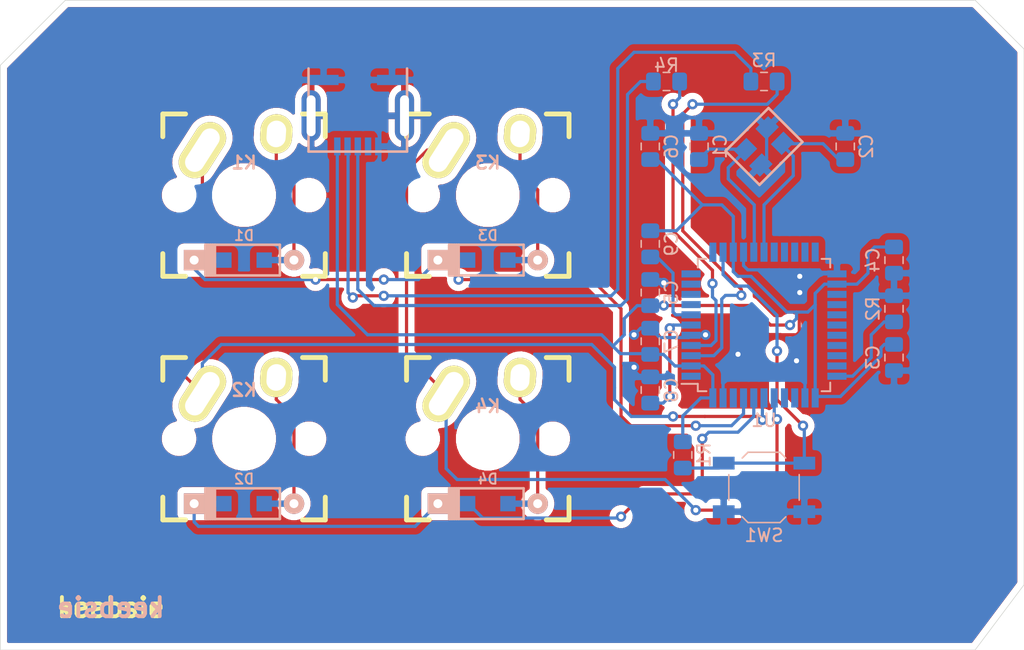
<source format=kicad_pcb>
(kicad_pcb (version 20171130) (host pcbnew "(5.1.6)-1")
  (layers (0 F.Cu signal) (31 B.Cu signal) (34 B.Paste user) (35 F.Paste user) (36 B.SilkS user) (37 F.SilkS user) (38 B.Mask user) (39 F.Mask user) (44 Edge.Cuts user))
  (net 0 "")
  (net 1 "Net-(C1-Pad1)")
  (net 2 "Net-(C2-Pad1)")
  (net 3 VCC)
  (net 4 "Net-(C8-Pad1)")
  (net 5 "Net-(C9-Pad1)")
  (net 6 "Net-(D1-Pad2)")
  (net 7 /row0)
  (net 8 "Net-(D2-Pad2)")
  (net 9 /row1)
  (net 10 "Net-(D3-Pad2)")
  (net 11 "Net-(D4-Pad2)")
  (net 12 "Net-(J1-Pad2)")
  (net 13 "Net-(J1-Pad3)")
  (net 14 "Net-(J1-Pad4)")
  (net 15 /col0)
  (net 16 /col1)
  (net 17 "Net-(R1-Pad1)")
  (net 18 "Net-(R2-Pad2)")
  (net 19 "Net-(R3-Pad1)")
  (net 20 "Net-(R4-Pad1)")
  (net 21 "Net-(U1-Pad1)")
  (net 22 "Net-(U1-Pad8)")
  (net 23 "Net-(U1-Pad9)")
  (net 24 "Net-(U1-Pad10)")
  (net 25 "Net-(U1-Pad11)")
  (net 26 "Net-(U1-Pad12)")
  (net 27 "Net-(U1-Pad18)")
  (net 28 "Net-(U1-Pad19)")
  (net 29 "Net-(U1-Pad20)")
  (net 30 "Net-(U1-Pad21)")
  (net 31 "Net-(U1-Pad22)")
  (net 32 "Net-(U1-Pad25)")
  (net 33 "Net-(U1-Pad26)")
  (net 34 "Net-(U1-Pad27)")
  (net 35 "Net-(U1-Pad28)")
  (net 36 "Net-(U1-Pad29)")
  (net 37 "Net-(U1-Pad30)")
  (net 38 "Net-(U1-Pad31)")
  (net 39 "Net-(U1-Pad32)")
  (net 40 "Net-(U1-Pad36)")
  (net 41 "Net-(U1-Pad37)")
  (net 42 "Net-(U1-Pad42)")
  (net 43 GND)
  (module keebs:Mx_Alps_100 (layer F.Cu) (at 105.41 104.14)
    (fp_text reference K3 (at 0 -2.54) (layer B.SilkS) (effects (font (thickness 0.2)) (justify mirror)))
    (fp_text value KEYSW hide)
    (pad 2 thru_hole oval (at 2.52 -4.79 356.1) (size 2.5 3.08) (drill oval 1.5 2.08) (layers *.Cu *.Mask F.SilkS) (net 10 "Net-(D3-Pad2)"))
    (pad 1 thru_hole oval (at -3.255 -3.52 327.5) (size 2.5 4.75) (drill oval 1.5 3.75) (layers *.Cu *.Mask F.SilkS) (net 16 /col1))
    (pad "" np_thru_hole circle (at 5.08 0) (size 1.7018 1.7018) (drill 1.7018) (layers *.Cu *.Mask))
    (pad "" np_thru_hole circle (at -5.08 0) (size 1.7018 1.7018) (drill 1.7018) (layers *.Cu *.Mask))
    (pad "" np_thru_hole circle (at 0 0) (size 3.9878 3.9878) (drill 3.9878) (layers *.Cu *.Mask))
  )
  (module Package_QFP:TQFP-44_10x10mm_P0.8mm (layer B.Cu) (at 127 114.3)
    (fp_text reference U1 (at 0 7.45) (layer B.SilkS) (effects (justify mirror)))
    (fp_text value ATMEGA32U4)
    (pad 1 smd rect (at -5.7 4) (size 1.5 0.55) (layers B.Cu B.Paste B.Mask) (net 21 "Net-(U1-Pad1)"))
    (pad 2 smd rect (at -5.7 3.2) (size 1.5 0.55) (layers B.Cu B.Paste B.Mask) (net 3 VCC))
    (pad 3 smd rect (at -5.7 2.4) (size 1.5 0.55) (layers B.Cu B.Paste B.Mask) (net 19 "Net-(R3-Pad1)"))
    (pad 4 smd rect (at -5.7 1.6) (size 1.5 0.55) (layers B.Cu B.Paste B.Mask) (net 20 "Net-(R4-Pad1)"))
    (pad 5 smd rect (at -5.7 0.8) (size 1.5 0.55) (layers B.Cu B.Paste B.Mask) (net 43 GND))
    (pad 6 smd rect (at -5.7 0) (size 1.5 0.55) (layers B.Cu B.Paste B.Mask) (net 4 "Net-(C8-Pad1)"))
    (pad 7 smd rect (at -5.7 -0.8) (size 1.5 0.55) (layers B.Cu B.Paste B.Mask) (net 5 "Net-(C9-Pad1)"))
    (pad 8 smd rect (at -5.7 -1.6) (size 1.5 0.55) (layers B.Cu B.Paste B.Mask) (net 22 "Net-(U1-Pad8)"))
    (pad 9 smd rect (at -5.7 -2.4) (size 1.5 0.55) (layers B.Cu B.Paste B.Mask) (net 23 "Net-(U1-Pad9)"))
    (pad 10 smd rect (at -5.7 -3.2) (size 1.5 0.55) (layers B.Cu B.Paste B.Mask) (net 24 "Net-(U1-Pad10)"))
    (pad 11 smd rect (at -5.7 -4) (size 1.5 0.55) (layers B.Cu B.Paste B.Mask) (net 25 "Net-(U1-Pad11)"))
    (pad 12 smd rect (at -4 -5.7 270) (size 1.5 0.55) (layers B.Cu B.Paste B.Mask) (net 26 "Net-(U1-Pad12)"))
    (pad 13 smd rect (at -3.2 -5.7 270) (size 1.5 0.55) (layers B.Cu B.Paste B.Mask) (net 17 "Net-(R1-Pad1)"))
    (pad 14 smd rect (at -2.4 -5.7 270) (size 1.5 0.55) (layers B.Cu B.Paste B.Mask) (net 3 VCC))
    (pad 15 smd rect (at -1.6 -5.7 270) (size 1.5 0.55) (layers B.Cu B.Paste B.Mask) (net 43 GND))
    (pad 16 smd rect (at -0.8 -5.7 270) (size 1.5 0.55) (layers B.Cu B.Paste B.Mask) (net 1 "Net-(C1-Pad1)"))
    (pad 17 smd rect (at 0 -5.7 270) (size 1.5 0.55) (layers B.Cu B.Paste B.Mask) (net 2 "Net-(C2-Pad1)"))
    (pad 18 smd rect (at 0.8 -5.7 270) (size 1.5 0.55) (layers B.Cu B.Paste B.Mask) (net 27 "Net-(U1-Pad18)"))
    (pad 19 smd rect (at 1.6 -5.7 270) (size 1.5 0.55) (layers B.Cu B.Paste B.Mask) (net 28 "Net-(U1-Pad19)"))
    (pad 20 smd rect (at 2.4 -5.7 270) (size 1.5 0.55) (layers B.Cu B.Paste B.Mask) (net 29 "Net-(U1-Pad20)"))
    (pad 21 smd rect (at 3.2 -5.7 270) (size 1.5 0.55) (layers B.Cu B.Paste B.Mask) (net 30 "Net-(U1-Pad21)"))
    (pad 22 smd rect (at 4 -5.7 270) (size 1.5 0.55) (layers B.Cu B.Paste B.Mask) (net 31 "Net-(U1-Pad22)"))
    (pad 23 smd rect (at 5.7 -4) (size 1.5 0.55) (layers B.Cu B.Paste B.Mask) (net 43 GND))
    (pad 24 smd rect (at 5.7 -3.2) (size 1.5 0.55) (layers B.Cu B.Paste B.Mask) (net 3 VCC))
    (pad 25 smd rect (at 5.7 -2.4) (size 1.5 0.55) (layers B.Cu B.Paste B.Mask) (net 32 "Net-(U1-Pad25)"))
    (pad 26 smd rect (at 5.7 -1.6) (size 1.5 0.55) (layers B.Cu B.Paste B.Mask) (net 33 "Net-(U1-Pad26)"))
    (pad 27 smd rect (at 5.7 -0.8) (size 1.5 0.55) (layers B.Cu B.Paste B.Mask) (net 34 "Net-(U1-Pad27)"))
    (pad 28 smd rect (at 5.7 0) (size 1.5 0.55) (layers B.Cu B.Paste B.Mask) (net 35 "Net-(U1-Pad28)"))
    (pad 29 smd rect (at 5.7 0.8) (size 1.5 0.55) (layers B.Cu B.Paste B.Mask) (net 36 "Net-(U1-Pad29)"))
    (pad 30 smd rect (at 5.7 1.6) (size 1.5 0.55) (layers B.Cu B.Paste B.Mask) (net 37 "Net-(U1-Pad30)"))
    (pad 31 smd rect (at 5.7 2.4) (size 1.5 0.55) (layers B.Cu B.Paste B.Mask) (net 38 "Net-(U1-Pad31)"))
    (pad 32 smd rect (at 5.7 3.2) (size 1.5 0.55) (layers B.Cu B.Paste B.Mask) (net 39 "Net-(U1-Pad32)"))
    (pad 33 smd rect (at 5.7 4) (size 1.5 0.55) (layers B.Cu B.Paste B.Mask) (net 18 "Net-(R2-Pad2)"))
    (pad 34 smd rect (at 4 5.7 270) (size 1.5 0.55) (layers B.Cu B.Paste B.Mask) (net 3 VCC))
    (pad 35 smd rect (at 3.2 5.7 270) (size 1.5 0.55) (layers B.Cu B.Paste B.Mask) (net 43 GND))
    (pad 36 smd rect (at 2.4 5.7 270) (size 1.5 0.55) (layers B.Cu B.Paste B.Mask) (net 40 "Net-(U1-Pad36)"))
    (pad 37 smd rect (at 1.6 5.7 270) (size 1.5 0.55) (layers B.Cu B.Paste B.Mask) (net 41 "Net-(U1-Pad37)"))
    (pad 38 smd rect (at 0.8 5.7 270) (size 1.5 0.55) (layers B.Cu B.Paste B.Mask) (net 16 /col1))
    (pad 39 smd rect (at 0 5.7 270) (size 1.5 0.55) (layers B.Cu B.Paste B.Mask) (net 15 /col0))
    (pad 40 smd rect (at -0.8 5.7 270) (size 1.5 0.55) (layers B.Cu B.Paste B.Mask) (net 9 /row1))
    (pad 41 smd rect (at -1.6 5.7 270) (size 1.5 0.55) (layers B.Cu B.Paste B.Mask) (net 7 /row0))
    (pad 42 smd rect (at -2.4 5.7 270) (size 1.5 0.55) (layers B.Cu B.Paste B.Mask) (net 42 "Net-(U1-Pad42)"))
    (pad 43 smd rect (at -3.2 5.7 270) (size 1.5 0.55) (layers B.Cu B.Paste B.Mask) (net 43 GND))
    (pad 44 smd rect (at -4 5.7 270) (size 1.5 0.55) (layers B.Cu B.Paste B.Mask) (net 3 VCC))
  )
  (module Capacitor_SMD:C_0805_2012Metric_Pad1.15x1.40mm_HandSolder (layer B.Cu) (at 121.92 100.33 90)
    (fp_text reference C1 (at 0 1.65 90) (layer B.SilkS) (effects (justify mirror)))
    (fp_text value 22p)
    (pad 1 smd roundrect (at -1.025 0 90) (size 1.15 1.4) (layers B.Cu B.Paste B.Mask) (roundrect_rratio 0.217391) (net 1 "Net-(C1-Pad1)"))
    (pad 2 smd roundrect (at 1.025 0 90) (size 1.15 1.4) (layers B.Cu B.Paste B.Mask) (roundrect_rratio 0.217391) (net 43 GND))
  )
  (module Capacitor_SMD:C_0805_2012Metric_Pad1.15x1.40mm_HandSolder (layer B.Cu) (at 133.35 100.33 90)
    (fp_text reference C2 (at 0 1.65 90) (layer B.SilkS) (effects (justify mirror)))
    (fp_text value 22p)
    (pad 2 smd roundrect (at 1.025 0 90) (size 1.15 1.4) (layers B.Cu B.Paste B.Mask) (roundrect_rratio 0.217391) (net 43 GND))
    (pad 1 smd roundrect (at -1.025 0 90) (size 1.15 1.4) (layers B.Cu B.Paste B.Mask) (roundrect_rratio 0.217391) (net 2 "Net-(C2-Pad1)"))
  )
  (module Capacitor_SMD:C_0805_2012Metric_Pad1.15x1.40mm_HandSolder (layer B.Cu) (at 137.16 116.84 270)
    (fp_text reference C3 (at 0 1.65 270) (layer B.SilkS) (effects (justify mirror)))
    (fp_text value 0.1u)
    (pad 2 smd roundrect (at 1.025 0 270) (size 1.15 1.4) (layers B.Cu B.Paste B.Mask) (roundrect_rratio 0.217391) (net 43 GND))
    (pad 1 smd roundrect (at -1.025 0 270) (size 1.15 1.4) (layers B.Cu B.Paste B.Mask) (roundrect_rratio 0.217391) (net 3 VCC))
  )
  (module Capacitor_SMD:C_0805_2012Metric_Pad1.15x1.40mm_HandSolder (layer B.Cu) (at 137.16 109.22 270)
    (fp_text reference C4 (at 0 1.65 270) (layer B.SilkS) (effects (justify mirror)))
    (fp_text value 0.1u)
    (pad 1 smd roundrect (at -1.025 0 270) (size 1.15 1.4) (layers B.Cu B.Paste B.Mask) (roundrect_rratio 0.217391) (net 3 VCC))
    (pad 2 smd roundrect (at 1.025 0 270) (size 1.15 1.4) (layers B.Cu B.Paste B.Mask) (roundrect_rratio 0.217391) (net 43 GND))
  )
  (module Capacitor_SMD:C_0805_2012Metric_Pad1.15x1.40mm_HandSolder (layer B.Cu) (at 118.11 111.76 90)
    (fp_text reference C5 (at 0 1.65 90) (layer B.SilkS) (effects (justify mirror)))
    (fp_text value 0.1u)
    (pad 2 smd roundrect (at 1.025 0 90) (size 1.15 1.4) (layers B.Cu B.Paste B.Mask) (roundrect_rratio 0.217391) (net 43 GND))
    (pad 1 smd roundrect (at -1.025 0 90) (size 1.15 1.4) (layers B.Cu B.Paste B.Mask) (roundrect_rratio 0.217391) (net 3 VCC))
  )
  (module Capacitor_SMD:C_0805_2012Metric_Pad1.15x1.40mm_HandSolder (layer B.Cu) (at 118.11 100.33 90)
    (fp_text reference C6 (at 0 1.65 90) (layer B.SilkS) (effects (justify mirror)))
    (fp_text value 0.1u)
    (pad 1 smd roundrect (at -1.025 0 90) (size 1.15 1.4) (layers B.Cu B.Paste B.Mask) (roundrect_rratio 0.217391) (net 3 VCC))
    (pad 2 smd roundrect (at 1.025 0 90) (size 1.15 1.4) (layers B.Cu B.Paste B.Mask) (roundrect_rratio 0.217391) (net 43 GND))
  )
  (module Capacitor_SMD:C_0805_2012Metric_Pad1.15x1.40mm_HandSolder (layer B.Cu) (at 118.11 115.57 90)
    (fp_text reference C7 (at 0 1.65 90) (layer B.SilkS) (effects (justify mirror)))
    (fp_text value 4.7u)
    (pad 2 smd roundrect (at 1.025 0 90) (size 1.15 1.4) (layers B.Cu B.Paste B.Mask) (roundrect_rratio 0.217391) (net 43 GND))
    (pad 1 smd roundrect (at -1.025 0 90) (size 1.15 1.4) (layers B.Cu B.Paste B.Mask) (roundrect_rratio 0.217391) (net 3 VCC))
  )
  (module Capacitor_SMD:C_0805_2012Metric_Pad1.15x1.40mm_HandSolder (layer B.Cu) (at 118.11 119.38 90)
    (fp_text reference C8 (at 0 1.65 90) (layer B.SilkS) (effects (justify mirror)))
    (fp_text value 1u)
    (pad 1 smd roundrect (at -1.025 0 90) (size 1.15 1.4) (layers B.Cu B.Paste B.Mask) (roundrect_rratio 0.217391) (net 4 "Net-(C8-Pad1)"))
    (pad 2 smd roundrect (at 1.025 0 90) (size 1.15 1.4) (layers B.Cu B.Paste B.Mask) (roundrect_rratio 0.217391) (net 43 GND))
  )
  (module Capacitor_SMD:C_0805_2012Metric_Pad1.15x1.40mm_HandSolder (layer B.Cu) (at 118.11 107.95 90)
    (fp_text reference C9 (at 0 1.65 90) (layer B.SilkS) (effects (justify mirror)))
    (fp_text value 10u)
    (pad 1 smd roundrect (at -1.025 0 90) (size 1.15 1.4) (layers B.Cu B.Paste B.Mask) (roundrect_rratio 0.217391) (net 5 "Net-(C9-Pad1)"))
    (pad 2 smd roundrect (at 1.025 0 90) (size 1.15 1.4) (layers B.Cu B.Paste B.Mask) (roundrect_rratio 0.217391) (net 3 VCC))
  )
  (module keyboard_parts:D_SOD123_axial (layer B.Cu) (at 86.36 109.22)
    (fp_text reference D1 (at 0 -1.925) (layer B.SilkS) (effects (font (size 0.8 0.8)) (justify mirror)))
    (fp_text value D hide)
    (pad 2 smd rect (at 2.7 0) (size 2.5 0.5) (layers B.Cu) (net 6 "Net-(D1-Pad2)"))
    (pad 1 smd rect (at -2.7 0) (size 2.5 0.5) (layers B.Cu) (net 7 /row0))
    (pad 2 thru_hole circle (at 3.9 0) (size 1.6 1.6) (drill 0.7) (layers *.Cu *.Mask B.SilkS) (net 6 "Net-(D1-Pad2)"))
    (pad 1 thru_hole rect (at -3.9 0) (size 1.6 1.6) (drill 0.7) (layers *.Cu *.Mask B.SilkS) (net 7 /row0))
    (pad 1 smd rect (at -1.575 0) (size 1.2 1.2) (layers B.Cu B.Paste B.Mask) (net 7 /row0))
    (pad 2 smd rect (at 1.575 0) (size 1.2 1.2) (layers B.Cu B.Paste B.Mask) (net 6 "Net-(D1-Pad2)"))
  )
  (module keyboard_parts:D_SOD123_axial (layer B.Cu) (at 86.36 128.27)
    (fp_text reference D2 (at 0 -1.925) (layer B.SilkS) (effects (font (size 0.8 0.8)) (justify mirror)))
    (fp_text value D hide)
    (pad 2 smd rect (at 1.575 0) (size 1.2 1.2) (layers B.Cu B.Paste B.Mask) (net 8 "Net-(D2-Pad2)"))
    (pad 1 smd rect (at -1.575 0) (size 1.2 1.2) (layers B.Cu B.Paste B.Mask) (net 9 /row1))
    (pad 1 thru_hole rect (at -3.9 0) (size 1.6 1.6) (drill 0.7) (layers *.Cu *.Mask B.SilkS) (net 9 /row1))
    (pad 2 thru_hole circle (at 3.9 0) (size 1.6 1.6) (drill 0.7) (layers *.Cu *.Mask B.SilkS) (net 8 "Net-(D2-Pad2)"))
    (pad 1 smd rect (at -2.7 0) (size 2.5 0.5) (layers B.Cu) (net 9 /row1))
    (pad 2 smd rect (at 2.7 0) (size 2.5 0.5) (layers B.Cu) (net 8 "Net-(D2-Pad2)"))
  )
  (module keyboard_parts:D_SOD123_axial (layer B.Cu) (at 105.41 109.22)
    (fp_text reference D3 (at 0 -1.925) (layer B.SilkS) (effects (font (size 0.8 0.8)) (justify mirror)))
    (fp_text value D hide)
    (pad 2 smd rect (at 1.575 0) (size 1.2 1.2) (layers B.Cu B.Paste B.Mask) (net 10 "Net-(D3-Pad2)"))
    (pad 1 smd rect (at -1.575 0) (size 1.2 1.2) (layers B.Cu B.Paste B.Mask) (net 7 /row0))
    (pad 1 thru_hole rect (at -3.9 0) (size 1.6 1.6) (drill 0.7) (layers *.Cu *.Mask B.SilkS) (net 7 /row0))
    (pad 2 thru_hole circle (at 3.9 0) (size 1.6 1.6) (drill 0.7) (layers *.Cu *.Mask B.SilkS) (net 10 "Net-(D3-Pad2)"))
    (pad 1 smd rect (at -2.7 0) (size 2.5 0.5) (layers B.Cu) (net 7 /row0))
    (pad 2 smd rect (at 2.7 0) (size 2.5 0.5) (layers B.Cu) (net 10 "Net-(D3-Pad2)"))
  )
  (module keyboard_parts:D_SOD123_axial (layer B.Cu) (at 105.41 128.27)
    (fp_text reference D4 (at 0 -1.925) (layer B.SilkS) (effects (font (size 0.8 0.8)) (justify mirror)))
    (fp_text value D hide)
    (pad 2 smd rect (at 2.7 0) (size 2.5 0.5) (layers B.Cu) (net 11 "Net-(D4-Pad2)"))
    (pad 1 smd rect (at -2.7 0) (size 2.5 0.5) (layers B.Cu) (net 9 /row1))
    (pad 2 thru_hole circle (at 3.9 0) (size 1.6 1.6) (drill 0.7) (layers *.Cu *.Mask B.SilkS) (net 11 "Net-(D4-Pad2)"))
    (pad 1 thru_hole rect (at -3.9 0) (size 1.6 1.6) (drill 0.7) (layers *.Cu *.Mask B.SilkS) (net 9 /row1))
    (pad 1 smd rect (at -1.575 0) (size 1.2 1.2) (layers B.Cu B.Paste B.Mask) (net 9 /row1))
    (pad 2 smd rect (at 1.575 0) (size 1.2 1.2) (layers B.Cu B.Paste B.Mask) (net 11 "Net-(D4-Pad2)"))
  )
  (module keyboard_parts:USB_miniB_hirose_5S8 (layer B.Cu) (at 95.25 100.33)
    (fp_text reference J1 hide)
    (fp_text value USB_mini_micro_B hide)
    (pad 6 smd rect (at 2.675 -5.2) (size 2.35 0.8) (layers B.Cu B.Paste B.Mask) (net 43 GND))
    (pad 6 smd rect (at -2.675 -5.2) (size 2.35 0.8) (layers B.Cu B.Paste B.Mask) (net 43 GND))
    (pad 1 smd rect (at -1.6 0) (size 0.5 1.4) (layers B.Cu B.Paste B.Mask) (net 3 VCC))
    (pad 2 smd rect (at -0.8 0) (size 0.5 1.4) (layers B.Cu B.Paste B.Mask) (net 12 "Net-(J1-Pad2)"))
    (pad 3 smd rect (at 0 0) (size 0.5 1.4) (layers B.Cu B.Paste B.Mask) (net 13 "Net-(J1-Pad3)"))
    (pad 4 smd rect (at 0.8 0) (size 0.5 1.4) (layers B.Cu B.Paste B.Mask) (net 14 "Net-(J1-Pad4)"))
    (pad 5 smd rect (at 1.6 0) (size 0.5 1.4) (layers B.Cu B.Paste B.Mask) (net 43 GND))
    (pad 6 thru_hole oval (at -3.65 -2.4) (size 1.5 4) (drill oval 0.7 3.2) (layers *.Cu *.Mask B.Paste) (net 43 GND))
    (pad 6 thru_hole oval (at 3.65 -2.4) (size 1.5 4) (drill oval 0.7 3.2) (layers *.Cu *.Mask B.Paste) (net 43 GND))
  )
  (module keebs:Mx_Alps_100 (layer F.Cu) (at 86.36 104.14)
    (fp_text reference K1 (at 0 -2.54) (layer B.SilkS) (effects (font (thickness 0.2)) (justify mirror)))
    (fp_text value KEYSW hide)
    (pad "" np_thru_hole circle (at 0 0) (size 3.9878 3.9878) (drill 3.9878) (layers *.Cu *.Mask))
    (pad "" np_thru_hole circle (at -5.08 0) (size 1.7018 1.7018) (drill 1.7018) (layers *.Cu *.Mask))
    (pad "" np_thru_hole circle (at 5.08 0) (size 1.7018 1.7018) (drill 1.7018) (layers *.Cu *.Mask))
    (pad 1 thru_hole oval (at -3.255 -3.52 327.5) (size 2.5 4.75) (drill oval 1.5 3.75) (layers *.Cu *.Mask F.SilkS) (net 15 /col0))
    (pad 2 thru_hole oval (at 2.52 -4.79 356.1) (size 2.5 3.08) (drill oval 1.5 2.08) (layers *.Cu *.Mask F.SilkS) (net 6 "Net-(D1-Pad2)"))
  )
  (module keebs:Mx_Alps_100 (layer F.Cu) (at 86.36 123.19)
    (fp_text reference K2 (at 0 -3.81) (layer B.SilkS) (effects (font (thickness 0.2)) (justify mirror)))
    (fp_text value KEYSW hide)
    (pad "" np_thru_hole circle (at 0 0) (size 3.9878 3.9878) (drill 3.9878) (layers *.Cu *.Mask))
    (pad "" np_thru_hole circle (at -5.08 0) (size 1.7018 1.7018) (drill 1.7018) (layers *.Cu *.Mask))
    (pad "" np_thru_hole circle (at 5.08 0) (size 1.7018 1.7018) (drill 1.7018) (layers *.Cu *.Mask))
    (pad 1 thru_hole oval (at -3.255 -3.52 327.5) (size 2.5 4.75) (drill oval 1.5 3.75) (layers *.Cu *.Mask F.SilkS) (net 15 /col0))
    (pad 2 thru_hole oval (at 2.52 -4.79 356.1) (size 2.5 3.08) (drill oval 1.5 2.08) (layers *.Cu *.Mask F.SilkS) (net 8 "Net-(D2-Pad2)"))
  )
  (module keebs:Mx_Alps_100 (layer F.Cu) (at 105.41 123.19)
    (fp_text reference K4 (at 0 -2.54) (layer B.SilkS) (effects (font (thickness 0.2)) (justify mirror)))
    (fp_text value KEYSW hide)
    (pad 2 thru_hole oval (at 2.52 -4.79 356.1) (size 2.5 3.08) (drill oval 1.5 2.08) (layers *.Cu *.Mask F.SilkS) (net 11 "Net-(D4-Pad2)"))
    (pad 1 thru_hole oval (at -3.255 -3.52 327.5) (size 2.5 4.75) (drill oval 1.5 3.75) (layers *.Cu *.Mask F.SilkS) (net 16 /col1))
    (pad "" np_thru_hole circle (at 5.08 0) (size 1.7018 1.7018) (drill 1.7018) (layers *.Cu *.Mask))
    (pad "" np_thru_hole circle (at -5.08 0) (size 1.7018 1.7018) (drill 1.7018) (layers *.Cu *.Mask))
    (pad "" np_thru_hole circle (at 0 0) (size 3.9878 3.9878) (drill 3.9878) (layers *.Cu *.Mask))
  )
  (module Resistor_SMD:R_0805_2012Metric_Pad1.15x1.40mm_HandSolder (layer B.Cu) (at 120.65 124.46 90)
    (fp_text reference R1 (at 0 1.65 90) (layer B.SilkS) (effects (justify mirror)))
    (fp_text value 10k)
    (pad 1 smd roundrect (at -1.025 0 90) (size 1.15 1.4) (layers B.Cu B.Paste B.Mask) (roundrect_rratio 0.217391) (net 17 "Net-(R1-Pad1)"))
    (pad 2 smd roundrect (at 1.025 0 90) (size 1.15 1.4) (layers B.Cu B.Paste B.Mask) (roundrect_rratio 0.217391) (net 3 VCC))
  )
  (module Resistor_SMD:R_0805_2012Metric_Pad1.15x1.40mm_HandSolder (layer B.Cu) (at 137.16 113.03 270)
    (fp_text reference R2 (at 0 1.65 270) (layer B.SilkS) (effects (justify mirror)))
    (fp_text value 10k)
    (pad 2 smd roundrect (at 1.025 0 270) (size 1.15 1.4) (layers B.Cu B.Paste B.Mask) (roundrect_rratio 0.217391) (net 18 "Net-(R2-Pad2)"))
    (pad 1 smd roundrect (at -1.025 0 270) (size 1.15 1.4) (layers B.Cu B.Paste B.Mask) (roundrect_rratio 0.217391) (net 43 GND))
  )
  (module Resistor_SMD:R_0805_2012Metric_Pad1.15x1.40mm_HandSolder (layer B.Cu) (at 127 95.25 180)
    (fp_text reference R3 (at 0 1.65 180) (layer B.SilkS) (effects (justify mirror)))
    (fp_text value 22)
    (pad 1 smd roundrect (at -1.025 0 180) (size 1.15 1.4) (layers B.Cu B.Paste B.Mask) (roundrect_rratio 0.217391) (net 19 "Net-(R3-Pad1)"))
    (pad 2 smd roundrect (at 1.025 0 180) (size 1.15 1.4) (layers B.Cu B.Paste B.Mask) (roundrect_rratio 0.217391) (net 12 "Net-(J1-Pad2)"))
  )
  (module Resistor_SMD:R_0805_2012Metric_Pad1.15x1.40mm_HandSolder (layer B.Cu) (at 119.38 95.25 180)
    (fp_text reference R4 (at 0 1.27 180) (layer B.SilkS) (effects (justify mirror)))
    (fp_text value 22)
    (pad 2 smd roundrect (at 1.025 0 180) (size 1.15 1.4) (layers B.Cu B.Paste B.Mask) (roundrect_rratio 0.217391) (net 13 "Net-(J1-Pad3)"))
    (pad 1 smd roundrect (at -1.025 0 180) (size 1.15 1.4) (layers B.Cu B.Paste B.Mask) (roundrect_rratio 0.217391) (net 20 "Net-(R4-Pad1)"))
  )
  (module Button_Switch_SMD:SW_SPST_TL3342 (layer B.Cu) (at 127 127)
    (fp_text reference SW1 (at 0 3.75) (layer B.SilkS) (effects (justify mirror)))
    (fp_text value SW_Push)
    (pad 1 smd rect (at -3.15 1.9) (size 1.7 1) (layers B.Cu B.Paste B.Mask) (net 43 GND))
    (pad 1 smd rect (at 3.15 1.9) (size 1.7 1) (layers B.Cu B.Paste B.Mask) (net 43 GND))
    (pad 2 smd rect (at -3.15 -1.9) (size 1.7 1) (layers B.Cu B.Paste B.Mask) (net 17 "Net-(R1-Pad1)"))
    (pad 2 smd rect (at 3.15 -1.9) (size 1.7 1) (layers B.Cu B.Paste B.Mask) (net 17 "Net-(R1-Pad1)"))
  )
  (module keyboard_parts:FA-238 (layer B.Cu) (at 127 100.33 45)
    (fp_text reference X1 hide)
    (fp_text value XTAL_GND hide)
    (pad 3 smd rect (at -1.1 0.8 45) (size 1.4 1.2) (drill (offset -0.1 0.05)) (layers B.Cu B.Paste B.Mask) (net 43 GND) (clearance 0.2))
    (pad 2 smd rect (at 1.1 0.8 45) (size 1.4 1.2) (drill (offset 0.1 0.05)) (layers B.Cu B.Paste B.Mask) (net 2 "Net-(C2-Pad1)") (clearance 0.2))
    (pad 1 smd rect (at -1.1 -0.8 45) (size 1.4 1.2) (drill (offset -0.1 -0.05)) (layers B.Cu B.Paste B.Mask) (net 1 "Net-(C1-Pad1)") (clearance 0.2))
    (pad 3 smd rect (at 1.1 -0.8 45) (size 1.4 1.2) (drill (offset 0.1 -0.05)) (layers B.Cu B.Paste B.Mask) (net 43 GND) (clearance 0.2))
  )
  (gr_text keebsie (at 75.946 136.398) (layer F.SilkS) (effects (font (size 1.5 1.5) (thickness 0.3))))
  (gr_text keebsie (at 75.946 136.398) (layer B.SilkS) (effects (font (size 1.5 1.5) (thickness 0.3)) (justify mirror)))
  (gr_line (start 67.31 93.98) (end 72.39 88.9) (angle 90) (layer Edge.Cuts) (width 0.05))
  (gr_line (start 67.31 139.7) (end 67.31 93.98) (angle 90) (layer Edge.Cuts) (width 0.05))
  (gr_line (start 143.51 139.7) (end 67.31 139.7) (angle 90) (layer Edge.Cuts) (width 0.05))
  (gr_line (start 147.32 134.62) (end 143.51 139.7) (angle 90) (layer Edge.Cuts) (width 0.05))
  (gr_line (start 147.32 92.71) (end 147.32 134.62) (angle 90) (layer Edge.Cuts) (width 0.05))
  (gr_line (start 143.51 88.9) (end 147.32 92.71) (angle 90) (layer Edge.Cuts) (width 0.05))
  (gr_line (start 72.39 88.9) (end 143.51 88.9) (angle 90) (layer Edge.Cuts) (width 0.05))
  (segment (start 121.92 101.355) (end 121.92 101.346) (width 0.25) (layer B.Cu) (net 1))
  (segment (start 122.723868 100.542132) (end 125.656497 100.542132) (width 0.25) (layer B.Cu) (net 1))
  (segment (start 121.92 101.346) (end 122.723868 100.542132) (width 0.25) (layer B.Cu) (net 1))
  (segment (start 125.656497 100.542132) (end 124.206 101.992629) (width 0.25) (layer B.Cu) (net 1))
  (segment (start 126.238 108.562) (end 126.2 108.6) (width 0.25) (layer B.Cu) (net 1))
  (segment (start 126.238 104.902) (end 126.238 108.562) (width 0.25) (layer B.Cu) (net 1))
  (segment (start 124.206 102.87) (end 126.238 104.902) (width 0.25) (layer B.Cu) (net 1))
  (segment (start 124.206 101.992629) (end 124.206 102.87) (width 0.25) (layer B.Cu) (net 1))
  (segment (start 133.35 101.355) (end 132.851 101.355) (width 0.25) (layer B.Cu) (net 2))
  (segment (start 131.613868 100.117868) (end 128.343503 100.117868) (width 0.25) (layer B.Cu) (net 2))
  (segment (start 132.851 101.355) (end 131.613868 100.117868) (width 0.25) (layer B.Cu) (net 2))
  (segment (start 128.343503 100.117868) (end 128.343503 100.149503) (width 0.25) (layer B.Cu) (net 2))
  (segment (start 127 104.902) (end 127 108.6) (width 0.25) (layer B.Cu) (net 2))
  (segment (start 129.286 102.616) (end 127 104.902) (width 0.25) (layer B.Cu) (net 2))
  (segment (start 129.286 101.092) (end 129.286 102.616) (width 0.25) (layer B.Cu) (net 2))
  (segment (start 128.343503 100.149503) (end 129.286 101.092) (width 0.25) (layer B.Cu) (net 2))
  (segment (start 118.11 101.355) (end 118.627 101.355) (width 0.25) (layer B.Cu) (net 3))
  (segment (start 124.6 105.804) (end 124.6 108.6) (width 0.25) (layer B.Cu) (net 3))
  (segment (start 123.698 104.902) (end 124.6 105.804) (width 0.25) (layer B.Cu) (net 3))
  (segment (start 122.174 104.902) (end 123.698 104.902) (width 0.25) (layer B.Cu) (net 3))
  (segment (start 118.627 101.355) (end 122.174 104.902) (width 0.25) (layer B.Cu) (net 3))
  (segment (start 118.11 106.925) (end 120.151 106.925) (width 0.25) (layer B.Cu) (net 3))
  (segment (start 120.151 106.925) (end 122.174 104.902) (width 0.25) (layer B.Cu) (net 3))
  (segment (start 118.11 116.595) (end 119.135 116.595) (width 0.25) (layer B.Cu) (net 3))
  (segment (start 120.04 117.5) (end 121.3 117.5) (width 0.25) (layer B.Cu) (net 3))
  (segment (start 119.135 116.595) (end 120.04 117.5) (width 0.25) (layer B.Cu) (net 3))
  (segment (start 118.053556 116.538556) (end 118.11 116.595) (width 0.25) (layer B.Cu) (net 3))
  (segment (start 115.776556 116.538556) (end 118.053556 116.538556) (width 0.25) (layer B.Cu) (net 3))
  (segment (start 93.65 100.33) (end 93.65 112.7) (width 0.25) (layer B.Cu) (net 3))
  (segment (start 93.65 112.7) (end 96.012 115.062) (width 0.25) (layer B.Cu) (net 3))
  (segment (start 96.012 115.062) (end 114.3 115.062) (width 0.25) (layer B.Cu) (net 3))
  (segment (start 120.65 123.435) (end 120.65 121.412) (width 0.25) (layer B.Cu) (net 3))
  (segment (start 122.062 120) (end 123 120) (width 0.25) (layer B.Cu) (net 3))
  (segment (start 120.65 121.412) (end 122.062 120) (width 0.25) (layer B.Cu) (net 3))
  (segment (start 137.16 115.815) (end 136.407 115.815) (width 0.25) (layer B.Cu) (net 3))
  (segment (start 136.407 115.815) (end 136.144 116.078) (width 0.25) (layer B.Cu) (net 3))
  (segment (start 136.144 116.71441) (end 132.97041 119.888) (width 0.25) (layer B.Cu) (net 3))
  (segment (start 136.144 116.078) (end 136.144 116.71441) (width 0.25) (layer B.Cu) (net 3))
  (segment (start 131.112 119.888) (end 131 120) (width 0.25) (layer B.Cu) (net 3))
  (segment (start 132.97041 119.888) (end 131.112 119.888) (width 0.25) (layer B.Cu) (net 3))
  (segment (start 132.7 111.1) (end 134.264 111.1) (width 0.25) (layer B.Cu) (net 3))
  (segment (start 134.264 111.1) (end 135.128 110.236) (width 0.25) (layer B.Cu) (net 3))
  (segment (start 135.128 110.236) (end 135.128 108.712) (width 0.25) (layer B.Cu) (net 3))
  (segment (start 135.645 108.195) (end 137.16 108.195) (width 0.25) (layer B.Cu) (net 3))
  (segment (start 135.128 108.712) (end 135.645 108.195) (width 0.25) (layer B.Cu) (net 3))
  (segment (start 131.724 111.1) (end 132.7 111.1) (width 0.25) (layer B.Cu) (net 3))
  (segment (start 131 111.824) (end 131.724 111.1) (width 0.25) (layer B.Cu) (net 3))
  (segment (start 118.11 112.785) (end 117.085 112.785) (width 0.25) (layer B.Cu) (net 3))
  (segment (start 117.085 112.785) (end 116.078 113.792) (width 0.25) (layer B.Cu) (net 3))
  (segment (start 116.078 115.062) (end 115.189 115.951) (width 0.25) (layer B.Cu) (net 3))
  (segment (start 116.078 113.792) (end 116.078 115.062) (width 0.25) (layer B.Cu) (net 3))
  (segment (start 114.3 115.062) (end 115.189 115.951) (width 0.25) (layer B.Cu) (net 3))
  (segment (start 115.189 115.951) (end 115.776556 116.538556) (width 0.25) (layer B.Cu) (net 3))
  (segment (start 124.6 108.6) (end 124.6 110.122) (width 0.25) (layer B.Cu) (net 3))
  (segment (start 124.6 110.122) (end 124.968 110.49) (width 0.25) (layer B.Cu) (net 3))
  (segment (start 124.968 110.49) (end 125.984 110.49) (width 0.25) (layer B.Cu) (net 3))
  (segment (start 125.984 110.49) (end 128.778 113.284) (width 0.25) (layer B.Cu) (net 3))
  (segment (start 130.428 113.284) (end 131 112.712) (width 0.25) (layer B.Cu) (net 3))
  (segment (start 131 120) (end 131 112.712) (width 0.25) (layer B.Cu) (net 3))
  (segment (start 131 112.712) (end 131 111.824) (width 0.25) (layer B.Cu) (net 3))
  (segment (start 118.11 112.785) (end 119.117 112.785) (width 0.25) (layer B.Cu) (net 3))
  (via (at 119.163 112.771347) (size 0.8) (drill 0.4) (layers F.Cu B.Cu) (net 3))
  (segment (start 119.117 112.785) (end 119.130653 112.771347) (width 0.25) (layer B.Cu) (net 3))
  (segment (start 119.130653 112.771347) (end 119.163 112.771347) (width 0.25) (layer B.Cu) (net 3))
  (segment (start 119.163 112.771347) (end 125.979347 112.771347) (width 0.25) (layer F.Cu) (net 3))
  (segment (start 125.979347 112.771347) (end 127.508 114.3) (width 0.25) (layer F.Cu) (net 3))
  (via (at 129.032 114.3) (size 0.8) (drill 0.4) (layers F.Cu B.Cu) (net 3))
  (segment (start 127.508 114.3) (end 129.032 114.3) (width 0.25) (layer F.Cu) (net 3))
  (segment (start 129.032 114.3) (end 129.54 113.792) (width 0.25) (layer B.Cu) (net 3))
  (segment (start 129.54 113.792) (end 129.54 113.284) (width 0.25) (layer B.Cu) (net 3))
  (segment (start 128.778 113.284) (end 129.54 113.284) (width 0.25) (layer B.Cu) (net 3))
  (segment (start 129.54 113.284) (end 130.428 113.284) (width 0.25) (layer B.Cu) (net 3))
  (segment (start 123 118.2) (end 123 120) (width 0.25) (layer B.Cu) (net 3))
  (segment (start 122.3 117.5) (end 123 118.2) (width 0.25) (layer B.Cu) (net 3))
  (segment (start 121.3 117.5) (end 122.3 117.5) (width 0.25) (layer B.Cu) (net 3))
  (segment (start 118.11 120.405) (end 119.117 120.405) (width 0.25) (layer B.Cu) (net 4))
  (segment (start 119.117 120.405) (end 119.634 119.888) (width 0.25) (layer B.Cu) (net 4))
  (segment (start 119.634 119.888) (end 119.634 119.888) (width 0.25) (layer B.Cu) (net 4))
  (via (at 119.634 119.888) (size 0.8) (drill 0.4) (layers F.Cu B.Cu) (net 4))
  (segment (start 119.634 119.888) (end 119.634 114.554) (width 0.25) (layer F.Cu) (net 4))
  (segment (start 119.634 114.554) (end 119.634 114.554) (width 0.25) (layer F.Cu) (net 4))
  (segment (start 119.634 114.554) (end 119.888 114.3) (width 0.25) (layer B.Cu) (net 4))
  (segment (start 119.888 114.3) (end 121.3 114.3) (width 0.25) (layer B.Cu) (net 4))
  (via (at 119.634 114.554) (size 0.8) (drill 0.4) (layers F.Cu B.Cu) (net 4))
  (segment (start 118.11 108.975) (end 118.627 108.975) (width 0.25) (layer B.Cu) (net 5))
  (segment (start 120.104 113.5) (end 121.3 113.5) (width 0.25) (layer B.Cu) (net 5))
  (segment (start 119.888 113.284) (end 119.888 113.284) (width 0.25) (layer B.Cu) (net 5))
  (segment (start 119.888 110.236) (end 119.888 113.284) (width 0.25) (layer B.Cu) (net 5))
  (segment (start 118.627 108.975) (end 119.888 110.236) (width 0.25) (layer B.Cu) (net 5))
  (segment (start 119.888 113.284) (end 120.104 113.5) (width 0.25) (layer B.Cu) (net 5))
  (segment (start 90.26 102.96) (end 90.26 109.22) (width 0.25) (layer F.Cu) (net 6))
  (segment (start 88.88 99.35) (end 88.88 101.58) (width 0.25) (layer F.Cu) (net 6))
  (segment (start 88.88 101.58) (end 90.26 102.96) (width 0.25) (layer F.Cu) (net 6))
  (segment (start 82.874 109.634) (end 82.46 109.22) (width 0.25) (layer B.Cu) (net 7))
  (segment (start 82.46 109.22) (end 82.46 109.892) (width 0.25) (layer B.Cu) (net 7))
  (via (at 91.948 110.744) (size 0.8) (drill 0.4) (layers F.Cu B.Cu) (net 7))
  (segment (start 82.46 109.892) (end 83.312 110.744) (width 0.25) (layer B.Cu) (net 7))
  (segment (start 83.312 110.744) (end 91.948 110.744) (width 0.25) (layer B.Cu) (net 7))
  (via (at 97.282 110.744) (size 0.8) (drill 0.4) (layers F.Cu B.Cu) (net 7))
  (segment (start 91.948 110.744) (end 97.282 110.744) (width 0.25) (layer F.Cu) (net 7))
  (segment (start 99.986 110.744) (end 101.51 109.22) (width 0.25) (layer B.Cu) (net 7))
  (segment (start 97.282 110.744) (end 99.986 110.744) (width 0.25) (layer B.Cu) (net 7))
  (via (at 103.124 110.744) (size 0.8) (drill 0.4) (layers F.Cu B.Cu) (net 7))
  (segment (start 102.71 109.22) (end 102.71 110.33) (width 0.25) (layer B.Cu) (net 7))
  (segment (start 102.71 110.33) (end 103.124 110.744) (width 0.25) (layer B.Cu) (net 7))
  (segment (start 103.124 110.744) (end 112.522 110.744) (width 0.25) (layer F.Cu) (net 7))
  (segment (start 112.522 110.744) (end 113.538 110.744) (width 0.25) (layer F.Cu) (net 7))
  (segment (start 113.538 110.744) (end 115.824 113.03) (width 0.25) (layer F.Cu) (net 7))
  (segment (start 115.824 113.03) (end 115.824 121.412) (width 0.25) (layer F.Cu) (net 7))
  (via (at 121.666 122.174) (size 0.8) (drill 0.4) (layers F.Cu B.Cu) (net 7))
  (segment (start 115.824 121.412) (end 116.586 122.174) (width 0.25) (layer F.Cu) (net 7))
  (segment (start 116.586 122.174) (end 121.666 122.174) (width 0.25) (layer F.Cu) (net 7))
  (segment (start 121.666 122.174) (end 124.46 122.174) (width 0.25) (layer B.Cu) (net 7))
  (segment (start 125.4 121.234) (end 125.4 120) (width 0.25) (layer B.Cu) (net 7))
  (segment (start 124.46 122.174) (end 125.4 121.234) (width 0.25) (layer B.Cu) (net 7))
  (segment (start 88.88 118.4) (end 88.88 120.122) (width 0.25) (layer F.Cu) (net 8))
  (segment (start 90.26 121.502) (end 90.26 128.27) (width 0.25) (layer F.Cu) (net 8))
  (segment (start 88.88 120.122) (end 90.26 121.502) (width 0.25) (layer F.Cu) (net 8))
  (segment (start 82.46 128.27) (end 82.46 129.704) (width 0.25) (layer B.Cu) (net 9))
  (segment (start 82.46 129.704) (end 82.804 130.048) (width 0.25) (layer B.Cu) (net 9))
  (segment (start 99.732 130.048) (end 101.51 128.27) (width 0.25) (layer B.Cu) (net 9))
  (segment (start 82.804 130.048) (end 99.732 130.048) (width 0.25) (layer B.Cu) (net 9))
  (segment (start 103.835 128.27) (end 103.886 128.27) (width 0.25) (layer B.Cu) (net 9))
  (via (at 115.824 129.286) (size 0.8) (drill 0.4) (layers F.Cu B.Cu) (net 9))
  (segment (start 103.886 128.27) (end 105.011001 129.395001) (width 0.25) (layer B.Cu) (net 9))
  (segment (start 115.714999 129.395001) (end 115.824 129.286) (width 0.25) (layer B.Cu) (net 9))
  (segment (start 105.011001 129.395001) (end 115.714999 129.395001) (width 0.25) (layer B.Cu) (net 9))
  (segment (start 115.824 129.286) (end 117.602 127.508) (width 0.25) (layer F.Cu) (net 9))
  (segment (start 117.602 127.508) (end 121.412 127.508) (width 0.25) (layer F.Cu) (net 9))
  (segment (start 121.412 127.508) (end 122.174 126.746) (width 0.25) (layer F.Cu) (net 9))
  (via (at 122.174 123.19) (size 0.8) (drill 0.4) (layers F.Cu B.Cu) (net 9))
  (segment (start 122.174 126.746) (end 122.174 123.19) (width 0.25) (layer F.Cu) (net 9))
  (segment (start 126.2 121.45) (end 126.2 120) (width 0.25) (layer B.Cu) (net 9))
  (segment (start 124.968 122.682) (end 126.2 121.45) (width 0.25) (layer B.Cu) (net 9))
  (segment (start 122.174 123.19) (end 122.682 122.682) (width 0.25) (layer B.Cu) (net 9))
  (segment (start 122.682 122.682) (end 124.968 122.682) (width 0.25) (layer B.Cu) (net 9))
  (segment (start 107.93 99.35) (end 107.93 102.342) (width 0.25) (layer F.Cu) (net 10))
  (segment (start 109.31 103.722) (end 109.31 109.22) (width 0.25) (layer F.Cu) (net 10))
  (segment (start 107.93 102.342) (end 109.31 103.722) (width 0.25) (layer F.Cu) (net 10))
  (segment (start 107.93 118.4) (end 107.93 120.122) (width 0.25) (layer F.Cu) (net 11))
  (segment (start 109.31 121.502) (end 109.31 128.27) (width 0.25) (layer F.Cu) (net 11))
  (segment (start 107.93 120.122) (end 109.31 121.502) (width 0.25) (layer F.Cu) (net 11))
  (segment (start 125.975 95.25) (end 125.975 94.225) (width 0.25) (layer B.Cu) (net 12))
  (segment (start 125.975 94.225) (end 124.714 92.964) (width 0.25) (layer B.Cu) (net 12))
  (segment (start 124.714 92.964) (end 116.84 92.964) (width 0.25) (layer B.Cu) (net 12))
  (segment (start 116.84 92.964) (end 115.57 94.234) (width 0.25) (layer B.Cu) (net 12))
  (segment (start 115.57 94.234) (end 115.57 111.506) (width 0.25) (layer B.Cu) (net 12))
  (segment (start 115.57 111.506) (end 115.062 112.014) (width 0.25) (layer B.Cu) (net 12))
  (via (at 97.282 112.014) (size 0.8) (drill 0.4) (layers F.Cu B.Cu) (net 12))
  (segment (start 115.062 112.014) (end 97.282 112.014) (width 0.25) (layer B.Cu) (net 12))
  (segment (start 94.488 100.368) (end 94.45 100.33) (width 0.25) (layer B.Cu) (net 12))
  (via (at 94.864347 112.145653) (size 0.8) (drill 0.4) (layers F.Cu B.Cu) (net 12))
  (segment (start 97.282 112.014) (end 94.996 112.014) (width 0.25) (layer F.Cu) (net 12))
  (segment (start 94.996 112.014) (end 94.864347 112.145653) (width 0.25) (layer F.Cu) (net 12))
  (segment (start 94.864347 112.145653) (end 94.488 111.769306) (width 0.25) (layer B.Cu) (net 12))
  (segment (start 94.488 111.769306) (end 94.488 108.712) (width 0.25) (layer B.Cu) (net 12))
  (segment (start 94.488 108.966) (end 94.488 108.712) (width 0.25) (layer B.Cu) (net 12))
  (segment (start 94.488 108.712) (end 94.488 100.368) (width 0.25) (layer B.Cu) (net 12))
  (segment (start 95.25 111.506) (end 95.25 100.33) (width 0.25) (layer B.Cu) (net 13))
  (segment (start 96.52 112.776) (end 95.25 111.506) (width 0.25) (layer B.Cu) (net 13))
  (segment (start 117.348 95.25) (end 116.332 96.266) (width 0.25) (layer B.Cu) (net 13))
  (segment (start 116.332 112.268) (end 115.824 112.776) (width 0.25) (layer B.Cu) (net 13))
  (segment (start 118.355 95.25) (end 117.348 95.25) (width 0.25) (layer B.Cu) (net 13))
  (segment (start 116.332 96.266) (end 116.332 112.268) (width 0.25) (layer B.Cu) (net 13))
  (segment (start 115.824 112.776) (end 96.52 112.776) (width 0.25) (layer B.Cu) (net 13))
  (segment (start 83.105 100.62) (end 83.105 104.601) (width 0.25) (layer F.Cu) (net 15))
  (segment (start 83.105 104.601) (end 80.518 107.188) (width 0.25) (layer F.Cu) (net 15))
  (segment (start 80.518 117.083) (end 83.105 119.67) (width 0.25) (layer F.Cu) (net 15))
  (segment (start 80.518 107.188) (end 80.518 117.083) (width 0.25) (layer F.Cu) (net 15))
  (segment (start 83.105 119.67) (end 83.105 117.301) (width 0.25) (layer B.Cu) (net 15))
  (segment (start 83.105 117.301) (end 84.582 115.824) (width 0.25) (layer B.Cu) (net 15))
  (segment (start 84.582 115.824) (end 113.538 115.824) (width 0.25) (layer B.Cu) (net 15))
  (segment (start 113.538 115.824) (end 115.316 117.602) (width 0.25) (layer B.Cu) (net 15))
  (segment (start 115.316 117.602) (end 115.316 119.19919) (width 0.25) (layer B.Cu) (net 15))
  (segment (start 115.316 119.19919) (end 115.316 120.142) (width 0.25) (layer B.Cu) (net 15))
  (via (at 119.888 121.449) (size 0.8) (drill 0.4) (layers F.Cu B.Cu) (net 15))
  (segment (start 115.316 120.142) (end 116.623 121.449) (width 0.25) (layer B.Cu) (net 15))
  (segment (start 116.623 121.449) (end 119.888 121.449) (width 0.25) (layer B.Cu) (net 15))
  (segment (start 119.888 121.449) (end 122.373108 121.449) (width 0.25) (layer F.Cu) (net 15))
  (via (at 126.874163 121.716702) (size 0.8) (drill 0.4) (layers F.Cu B.Cu) (net 15))
  (segment (start 122.373108 121.449) (end 126.606461 121.449) (width 0.25) (layer F.Cu) (net 15))
  (segment (start 126.606461 121.449) (end 126.874163 121.716702) (width 0.25) (layer F.Cu) (net 15))
  (segment (start 126.874163 120.125837) (end 127 120) (width 0.25) (layer B.Cu) (net 15))
  (segment (start 126.874163 121.716702) (end 126.874163 120.125837) (width 0.25) (layer B.Cu) (net 15))
  (segment (start 100.67289 100.62) (end 99.06 102.23289) (width 0.25) (layer F.Cu) (net 16))
  (segment (start 102.155 100.62) (end 100.67289 100.62) (width 0.25) (layer F.Cu) (net 16))
  (segment (start 99.06 102.23289) (end 99.06 116.586) (width 0.25) (layer F.Cu) (net 16))
  (segment (start 102.144 119.67) (end 102.155 119.67) (width 0.25) (layer F.Cu) (net 16))
  (segment (start 99.06 116.586) (end 102.144 119.67) (width 0.25) (layer F.Cu) (net 16))
  (segment (start 102.155 119.67) (end 102.155 125.523) (width 0.25) (layer B.Cu) (net 16))
  (segment (start 102.155 125.523) (end 102.87 126.238) (width 0.25) (layer B.Cu) (net 16))
  (segment (start 103.01701 126.38501) (end 119.27301 126.38501) (width 0.25) (layer B.Cu) (net 16))
  (segment (start 102.87 126.238) (end 103.01701 126.38501) (width 0.25) (layer B.Cu) (net 16))
  (via (at 121.666 128.778) (size 0.8) (drill 0.4) (layers F.Cu B.Cu) (net 16))
  (segment (start 119.27301 126.38501) (end 121.666 128.778) (width 0.25) (layer B.Cu) (net 16))
  (segment (start 121.666 128.778) (end 126.238 128.778) (width 0.25) (layer F.Cu) (net 16))
  (segment (start 126.238 128.778) (end 126.746 128.778) (width 0.25) (layer F.Cu) (net 16))
  (segment (start 126.746 128.778) (end 128.016 127.508) (width 0.25) (layer F.Cu) (net 16))
  (via (at 128.016 121.666) (size 0.8) (drill 0.4) (layers F.Cu B.Cu) (net 16))
  (segment (start 128.016 127.508) (end 128.016 121.666) (width 0.25) (layer F.Cu) (net 16))
  (segment (start 127.8 121.45) (end 127.8 120) (width 0.25) (layer B.Cu) (net 16))
  (segment (start 128.016 121.666) (end 127.8 121.45) (width 0.25) (layer B.Cu) (net 16))
  (segment (start 120.65 125.485) (end 123.465 125.485) (width 0.25) (layer B.Cu) (net 17))
  (segment (start 123.465 125.485) (end 123.85 125.1) (width 0.25) (layer B.Cu) (net 17))
  (via (at 130.048 122.174) (size 0.8) (drill 0.4) (layers F.Cu B.Cu) (net 17))
  (segment (start 130.15 125.1) (end 130.15 122.276) (width 0.25) (layer B.Cu) (net 17))
  (segment (start 130.15 122.276) (end 130.048 122.174) (width 0.25) (layer B.Cu) (net 17))
  (via (at 128.016 116.332) (size 0.8) (drill 0.4) (layers F.Cu B.Cu) (net 17))
  (segment (start 130.048 122.174) (end 128.016 120.142) (width 0.25) (layer F.Cu) (net 17))
  (segment (start 128.016 120.142) (end 128.016 116.332) (width 0.25) (layer F.Cu) (net 17))
  (segment (start 128.016 116.332) (end 128.016 113.538) (width 0.25) (layer B.Cu) (net 17))
  (segment (start 128.016 113.538) (end 125.73 111.252) (width 0.25) (layer B.Cu) (net 17))
  (segment (start 125.73 111.252) (end 124.714 111.252) (width 0.25) (layer B.Cu) (net 17))
  (segment (start 123.8 110.338) (end 123.8 108.6) (width 0.25) (layer B.Cu) (net 17))
  (segment (start 124.714 111.252) (end 123.8 110.338) (width 0.25) (layer B.Cu) (net 17))
  (segment (start 123.85 125.1) (end 130.15 125.1) (width 0.25) (layer B.Cu) (net 17))
  (segment (start 137.16 114.055) (end 136.389 114.055) (width 0.25) (layer B.Cu) (net 18))
  (segment (start 136.389 114.055) (end 135.382 115.062) (width 0.25) (layer B.Cu) (net 18))
  (segment (start 135.382 115.062) (end 135.382 116.84) (width 0.25) (layer B.Cu) (net 18))
  (segment (start 133.922 118.3) (end 132.7 118.3) (width 0.25) (layer B.Cu) (net 18))
  (segment (start 135.382 116.84) (end 133.922 118.3) (width 0.25) (layer B.Cu) (net 18))
  (segment (start 128.025 95.25) (end 128.025 96.257) (width 0.25) (layer B.Cu) (net 19))
  (segment (start 128.025 96.257) (end 127.254 97.028) (width 0.25) (layer B.Cu) (net 19))
  (via (at 121.412 97.028) (size 0.8) (drill 0.4) (layers F.Cu B.Cu) (net 19))
  (segment (start 127.254 97.028) (end 121.412 97.028) (width 0.25) (layer B.Cu) (net 19))
  (segment (start 120.65 97.79) (end 121.412 97.028) (width 0.25) (layer F.Cu) (net 19))
  (segment (start 120.65 106.934) (end 120.65 97.79) (width 0.25) (layer F.Cu) (net 19))
  (segment (start 122.682 108.966) (end 120.65 106.934) (width 0.25) (layer F.Cu) (net 19))
  (segment (start 122.682 108.966) (end 123.19 109.474) (width 0.25) (layer F.Cu) (net 19))
  (segment (start 123.19 109.474) (end 123.698 109.982) (width 0.25) (layer F.Cu) (net 19))
  (segment (start 123.076 116.7) (end 121.3 116.7) (width 0.25) (layer B.Cu) (net 19))
  (segment (start 123.698 116.078) (end 123.076 116.7) (width 0.25) (layer B.Cu) (net 19))
  (segment (start 123.698 109.982) (end 124.206 110.49) (width 0.25) (layer F.Cu) (net 19))
  (via (at 125.222 111.977) (size 0.8) (drill 0.4) (layers F.Cu B.Cu) (net 19))
  (segment (start 124.206 110.49) (end 125.222 111.506) (width 0.25) (layer F.Cu) (net 19))
  (segment (start 125.222 111.506) (end 125.222 111.977) (width 0.25) (layer F.Cu) (net 19))
  (segment (start 125.222 111.977) (end 123.989 111.977) (width 0.25) (layer B.Cu) (net 19))
  (segment (start 123.989 111.977) (end 123.698 112.268) (width 0.25) (layer B.Cu) (net 19))
  (segment (start 123.698 112.268) (end 123.698 116.078) (width 0.25) (layer B.Cu) (net 19))
  (segment (start 120.405 96.511) (end 119.888 97.028) (width 0.25) (layer B.Cu) (net 20))
  (segment (start 119.888 106.934) (end 120.65 107.696) (width 0.25) (layer F.Cu) (net 20))
  (segment (start 120.65 107.696) (end 122.682 109.728) (width 0.25) (layer F.Cu) (net 20))
  (segment (start 119.888 97.028) (end 119.888 106.934) (width 0.25) (layer F.Cu) (net 20))
  (segment (start 122.110002 115.9) (end 121.3 115.9) (width 0.25) (layer B.Cu) (net 20))
  (segment (start 120.405 95.25) (end 120.405 96.511) (width 0.25) (layer B.Cu) (net 20))
  (via (at 119.888 97.028) (size 0.8) (drill 0.4) (layers F.Cu B.Cu) (net 20))
  (segment (start 122.682 109.728) (end 122.936 109.982) (width 0.25) (layer F.Cu) (net 20))
  (via (at 122.973 111.052892) (size 0.8) (drill 0.4) (layers F.Cu B.Cu) (net 20))
  (segment (start 122.936 109.982) (end 122.973 110.019) (width 0.25) (layer F.Cu) (net 20))
  (segment (start 122.973 110.019) (end 122.973 111.052892) (width 0.25) (layer F.Cu) (net 20))
  (segment (start 121.3 115.9) (end 122.86 115.9) (width 0.25) (layer B.Cu) (net 20))
  (segment (start 122.86 115.9) (end 123.24799 115.51201) (width 0.25) (layer B.Cu) (net 20))
  (segment (start 123.24799 112.382992) (end 122.972999 112.108001) (width 0.25) (layer B.Cu) (net 20))
  (segment (start 123.24799 115.51201) (end 123.24799 112.382992) (width 0.25) (layer B.Cu) (net 20))
  (segment (start 122.973 111.618577) (end 122.973 111.052892) (width 0.25) (layer B.Cu) (net 20))
  (segment (start 122.972999 112.108001) (end 122.973 111.618577) (width 0.25) (layer B.Cu) (net 20))
  (segment (start 132.7 110.3) (end 129.984 110.3) (width 0.25) (layer B.Cu) (net 43))
  (via (at 129.794 110.49) (size 0.8) (drill 0.4) (layers F.Cu B.Cu) (net 43))
  (segment (start 129.984 110.3) (end 129.794 110.49) (width 0.25) (layer B.Cu) (net 43))
  (via (at 129.794 111.76) (size 0.8) (drill 0.4) (layers F.Cu B.Cu) (net 43))
  (segment (start 129.794 110.49) (end 129.794 111.76) (width 0.25) (layer F.Cu) (net 43))
  (segment (start 125.4 109.652) (end 125.73 109.982) (width 0.25) (layer B.Cu) (net 43))
  (segment (start 125.4 108.6) (end 125.4 109.652) (width 0.25) (layer B.Cu) (net 43))
  (segment (start 129.286 109.982) (end 129.794 110.49) (width 0.25) (layer B.Cu) (net 43))
  (segment (start 125.73 109.982) (end 129.286 109.982) (width 0.25) (layer B.Cu) (net 43))
  (via (at 122.428 115.062) (size 0.8) (drill 0.4) (layers F.Cu B.Cu) (net 43))
  (segment (start 121.3 115.1) (end 122.39 115.1) (width 0.25) (layer B.Cu) (net 43))
  (segment (start 122.39 115.1) (end 122.428 115.062) (width 0.25) (layer B.Cu) (net 43))
  (segment (start 129.757001 111.796999) (end 129.794 111.76) (width 0.25) (layer F.Cu) (net 43))
  (segment (start 129.757001 114.844999) (end 129.757001 111.796999) (width 0.25) (layer F.Cu) (net 43))
  (segment (start 129.54 115.062) (end 129.757001 114.844999) (width 0.25) (layer F.Cu) (net 43))
  (via (at 124.968 116.586) (size 0.8) (drill 0.4) (layers F.Cu B.Cu) (net 43))
  (segment (start 123.8 120) (end 123.8 117.754) (width 0.25) (layer B.Cu) (net 43))
  (segment (start 123.8 117.754) (end 124.968 116.586) (width 0.25) (layer B.Cu) (net 43))
  (segment (start 125.73 115.824) (end 125.73 115.062) (width 0.25) (layer F.Cu) (net 43))
  (segment (start 124.968 116.586) (end 125.73 115.824) (width 0.25) (layer F.Cu) (net 43))
  (segment (start 122.428 115.062) (end 125.73 115.062) (width 0.25) (layer F.Cu) (net 43))
  (segment (start 121.120999 115.279001) (end 121.3 115.1) (width 0.25) (layer B.Cu) (net 43))
  (segment (start 118.844001 115.279001) (end 121.120999 115.279001) (width 0.25) (layer B.Cu) (net 43))
  (via (at 119.163 110.998) (size 0.8) (drill 0.4) (layers F.Cu B.Cu) (net 43))
  (segment (start 118.11 110.735) (end 118.9 110.735) (width 0.25) (layer B.Cu) (net 43))
  (segment (start 118.9 110.735) (end 119.163 110.998) (width 0.25) (layer B.Cu) (net 43))
  (segment (start 119.163 110.998) (end 120.433 112.268) (width 0.25) (layer F.Cu) (net 43))
  (via (at 129.54 117.094) (size 0.8) (drill 0.4) (layers F.Cu B.Cu) (net 43))
  (segment (start 130.2 120) (end 130.2 117.754) (width 0.25) (layer B.Cu) (net 43))
  (segment (start 130.2 117.754) (end 129.54 117.094) (width 0.25) (layer B.Cu) (net 43))
  (segment (start 129.54 117.094) (end 129.54 115.316) (width 0.25) (layer F.Cu) (net 43))
  (segment (start 125.73 115.062) (end 129.286 115.062) (width 0.25) (layer F.Cu) (net 43))
  (segment (start 129.54 115.316) (end 129.286 115.062) (width 0.25) (layer F.Cu) (net 43))
  (segment (start 129.286 115.062) (end 129.54 115.062) (width 0.25) (layer F.Cu) (net 43))
  (segment (start 118.844001 115.279001) (end 118.11 114.545) (width 0.25) (layer B.Cu) (net 43))
  (segment (start 118.11 118.355) (end 117.339 118.355) (width 0.25) (layer B.Cu) (net 43))
  (segment (start 117.339 118.355) (end 116.84 117.856) (width 0.25) (layer B.Cu) (net 43))
  (via (at 116.84 117.602) (size 0.8) (drill 0.4) (layers F.Cu B.Cu) (net 43))
  (segment (start 116.84 117.856) (end 116.84 117.602) (width 0.25) (layer B.Cu) (net 43))
  (segment (start 116.84 117.602) (end 116.84 115.062) (width 0.25) (layer F.Cu) (net 43))
  (via (at 116.84 115.062) (size 0.8) (drill 0.4) (layers F.Cu B.Cu) (net 43))
  (segment (start 117.357 114.545) (end 116.84 115.062) (width 0.25) (layer B.Cu) (net 43))
  (segment (start 118.11 114.545) (end 117.357 114.545) (width 0.25) (layer B.Cu) (net 43))
  (segment (start 127.20532 101.256051) (end 126.787868 101.673503) (width 0.25) (layer B.Cu) (net 43))
  (segment (start 127.20532 98.993309) (end 127.20532 101.256051) (width 0.25) (layer B.Cu) (net 43))
  (segment (start 127.212132 98.986497) (end 127.20532 98.993309) (width 0.25) (layer B.Cu) (net 43))
  (zone (net 43) (net_name GND) (layer F.Cu) (connect_pads (clearance 0.508)) (min_thickness 0.254) (fill yes (arc_segments 32) (thermal_gap 0.508) (thermal_bridge_width 0.508))
    (polygon (pts (xy 147.32 92.71) (xy 147.32 134.62) (xy 143.51 139.7) (xy 67.31 139.7) (xy 67.31 93.98) (xy 72.39 88.9) (xy 143.51 88.9)))
  )
  (zone (net 43) (net_name GND) (layer B.Cu) (connect_pads (clearance 0.508)) (min_thickness 0.254) (fill yes (arc_segments 32) (thermal_gap 0.508) (thermal_bridge_width 0.508))
    (polygon (pts (xy 147.32 92.71) (xy 147.32 134.62) (xy 143.51 139.7) (xy 67.31 139.7) (xy 67.31 93.98) (xy 72.39 88.9) (xy 143.51 88.9)))
  )
  (zone (net 43) (net_name GND) (layer F.Cu) (connect_pads (clearance 0.508)) (min_thickness 0.254) (fill yes (arc_segments 32) (thermal_gap 0.508) (thermal_bridge_width 0.508))
    (polygon (pts (xy 147.32 92.71) (xy 147.32 134.62) (xy 143.51 139.7) (xy 67.31 139.7) (xy 67.31 93.98) (xy 72.39 88.9) (xy 143.51 88.9)))
  )
  (zone (net 43) (net_name GND) (layer F.Cu) (connect_pads (clearance 0.508)) (min_thickness 0.254) (fill yes (arc_segments 32) (thermal_gap 0.508) (thermal_bridge_width 0.508))
    (polygon (pts (xy 147.32 92.71) (xy 147.32 134.62) (xy 143.51 139.7) (xy 67.31 139.7) (xy 67.31 93.98) (xy 72.39 88.9) (xy 143.51 88.9)))
  )
)
</source>
